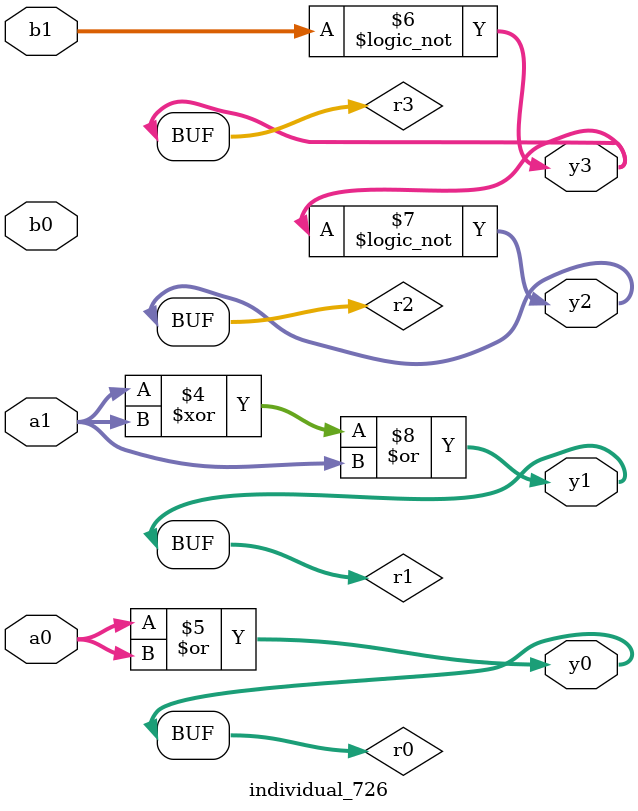
<source format=sv>
module individual_726(input logic [15:0] a1, input logic [15:0] a0, input logic [15:0] b1, input logic [15:0] b0, output logic [15:0] y3, output logic [15:0] y2, output logic [15:0] y1, output logic [15:0] y0);
logic [15:0] r0, r1, r2, r3; 
 always@(*) begin 
	 r0 = a0; r1 = a1; r2 = b0; r3 = b1; 
 	 r3  |=  b1 ;
 	 r3  |=  r3 ;
 	 r1  ^=  a1 ;
 	 r0  |=  a0 ;
 	 r3 = ! b1 ;
 	 r2 = ! r3 ;
 	 r1  |=  a1 ;
 	 y3 = r3; y2 = r2; y1 = r1; y0 = r0; 
end
endmodule
</source>
